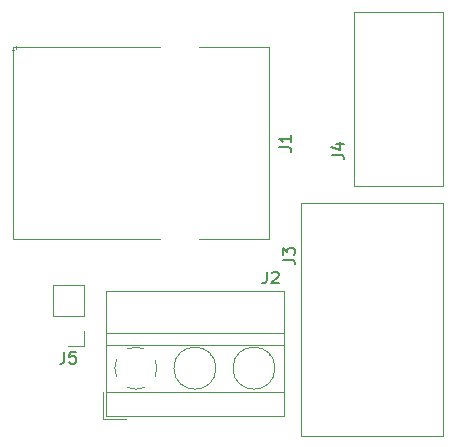
<source format=gbr>
%TF.GenerationSoftware,KiCad,Pcbnew,(5.1.9-0-10_14)*%
%TF.CreationDate,2021-06-18T10:34:29+02:00*%
%TF.ProjectId,RJ45-Terminalblock-Adapter,524a3435-2d54-4657-926d-696e616c626c,rev?*%
%TF.SameCoordinates,Original*%
%TF.FileFunction,Legend,Top*%
%TF.FilePolarity,Positive*%
%FSLAX46Y46*%
G04 Gerber Fmt 4.6, Leading zero omitted, Abs format (unit mm)*
G04 Created by KiCad (PCBNEW (5.1.9-0-10_14)) date 2021-06-18 10:34:29*
%MOMM*%
%LPD*%
G01*
G04 APERTURE LIST*
%ADD10C,0.120000*%
%ADD11C,0.100000*%
%ADD12C,0.150000*%
G04 APERTURE END LIST*
D10*
%TO.C,J3*%
X107315000Y-53340000D02*
X95250000Y-53340000D01*
X107315000Y-33655000D02*
X107315000Y-53340000D01*
X95250000Y-33655000D02*
X107315000Y-33655000D01*
X95250000Y-53340000D02*
X95250000Y-33655000D01*
D11*
%TO.C,J4*%
X99750000Y-17480000D02*
X99750000Y-17980000D01*
X99750000Y-17430000D02*
X107260000Y-17430000D01*
X99750000Y-17430000D02*
X99750000Y-17480000D01*
X99750000Y-32180000D02*
X99750000Y-17780000D01*
X99750000Y-32180000D02*
X100250000Y-32180000D01*
X107260000Y-32180000D02*
X107260000Y-31680000D01*
X107260000Y-32180000D02*
X100250000Y-32180000D01*
X107260000Y-17430000D02*
X107260000Y-31750000D01*
X107260000Y-17430000D02*
X106760000Y-17430000D01*
D10*
%TO.C,J1*%
X71005000Y-20670000D02*
X70755000Y-20670000D01*
X71155000Y-20570000D02*
X71155000Y-20320000D01*
X83335000Y-36690000D02*
X70885000Y-36690000D01*
X70885000Y-36690000D02*
X70885000Y-20450000D01*
X83335000Y-20450000D02*
X70885000Y-20450000D01*
X92525000Y-20450000D02*
X86615000Y-20450000D01*
X92525000Y-36690000D02*
X86615000Y-36690000D01*
X92525000Y-20450000D02*
X92525000Y-36690000D01*
%TO.C,J2*%
X78480000Y-51925000D02*
X80480000Y-51925000D01*
X78480000Y-49685000D02*
X78480000Y-51925000D01*
X89980000Y-48708000D02*
X89930000Y-48758000D01*
X92413000Y-46275000D02*
X92388000Y-46299000D01*
X90172000Y-48950000D02*
X90148000Y-48975000D01*
X92630000Y-46492000D02*
X92581000Y-46542000D01*
X84980000Y-48708000D02*
X84930000Y-48758000D01*
X87413000Y-46275000D02*
X87388000Y-46299000D01*
X85172000Y-48950000D02*
X85148000Y-48975000D01*
X87630000Y-46492000D02*
X87581000Y-46542000D01*
X93840000Y-41065000D02*
X93840000Y-51685000D01*
X78720000Y-41065000D02*
X78720000Y-51685000D01*
X78720000Y-51685000D02*
X93840000Y-51685000D01*
X78720000Y-41065000D02*
X93840000Y-41065000D01*
X78720000Y-44625000D02*
X93840000Y-44625000D01*
X78720000Y-45625000D02*
X93840000Y-45625000D01*
X78720000Y-49625000D02*
X93840000Y-49625000D01*
X93060000Y-47625000D02*
G75*
G03*
X93060000Y-47625000I-1780000J0D01*
G01*
X88060000Y-47625000D02*
G75*
G03*
X88060000Y-47625000I-1780000J0D01*
G01*
X81975501Y-49263499D02*
G75*
G02*
X81280000Y-49405000I-695501J1638499D01*
G01*
X82919205Y-46929484D02*
G75*
G02*
X82919000Y-48321000I-1639205J-695516D01*
G01*
X80584484Y-45985795D02*
G75*
G02*
X81976000Y-45986000I695516J-1639205D01*
G01*
X79640795Y-48320516D02*
G75*
G02*
X79641000Y-46929000I1639205J695516D01*
G01*
X81310814Y-49405389D02*
G75*
G02*
X80584000Y-49264000I-30814J1780389D01*
G01*
%TO.C,J5*%
X76895000Y-45780000D02*
X75565000Y-45780000D01*
X76895000Y-44450000D02*
X76895000Y-45780000D01*
X76895000Y-43180000D02*
X74235000Y-43180000D01*
X74235000Y-43180000D02*
X74235000Y-40580000D01*
X76895000Y-43180000D02*
X76895000Y-40580000D01*
X76895000Y-40580000D02*
X74235000Y-40580000D01*
%TO.C,J3*%
D12*
X93732380Y-38433333D02*
X94446666Y-38433333D01*
X94589523Y-38480952D01*
X94684761Y-38576190D01*
X94732380Y-38719047D01*
X94732380Y-38814285D01*
X93732380Y-38052380D02*
X93732380Y-37433333D01*
X94113333Y-37766666D01*
X94113333Y-37623809D01*
X94160952Y-37528571D01*
X94208571Y-37480952D01*
X94303809Y-37433333D01*
X94541904Y-37433333D01*
X94637142Y-37480952D01*
X94684761Y-37528571D01*
X94732380Y-37623809D01*
X94732380Y-37909523D01*
X94684761Y-38004761D01*
X94637142Y-38052380D01*
%TO.C,J4*%
X97877380Y-29543333D02*
X98591666Y-29543333D01*
X98734523Y-29590952D01*
X98829761Y-29686190D01*
X98877380Y-29829047D01*
X98877380Y-29924285D01*
X98210714Y-28638571D02*
X98877380Y-28638571D01*
X97829761Y-28876666D02*
X98544047Y-29114761D01*
X98544047Y-28495714D01*
%TO.C,J1*%
X93432380Y-28913333D02*
X94146666Y-28913333D01*
X94289523Y-28960952D01*
X94384761Y-29056190D01*
X94432380Y-29199047D01*
X94432380Y-29294285D01*
X94432380Y-27913333D02*
X94432380Y-28484761D01*
X94432380Y-28199047D02*
X93432380Y-28199047D01*
X93575238Y-28294285D01*
X93670476Y-28389523D01*
X93718095Y-28484761D01*
%TO.C,J2*%
X92376666Y-39457380D02*
X92376666Y-40171666D01*
X92329047Y-40314523D01*
X92233809Y-40409761D01*
X92090952Y-40457380D01*
X91995714Y-40457380D01*
X92805238Y-39552619D02*
X92852857Y-39505000D01*
X92948095Y-39457380D01*
X93186190Y-39457380D01*
X93281428Y-39505000D01*
X93329047Y-39552619D01*
X93376666Y-39647857D01*
X93376666Y-39743095D01*
X93329047Y-39885952D01*
X92757619Y-40457380D01*
X93376666Y-40457380D01*
%TO.C,J5*%
X75231666Y-46232380D02*
X75231666Y-46946666D01*
X75184047Y-47089523D01*
X75088809Y-47184761D01*
X74945952Y-47232380D01*
X74850714Y-47232380D01*
X76184047Y-46232380D02*
X75707857Y-46232380D01*
X75660238Y-46708571D01*
X75707857Y-46660952D01*
X75803095Y-46613333D01*
X76041190Y-46613333D01*
X76136428Y-46660952D01*
X76184047Y-46708571D01*
X76231666Y-46803809D01*
X76231666Y-47041904D01*
X76184047Y-47137142D01*
X76136428Y-47184761D01*
X76041190Y-47232380D01*
X75803095Y-47232380D01*
X75707857Y-47184761D01*
X75660238Y-47137142D01*
%TD*%
M02*

</source>
